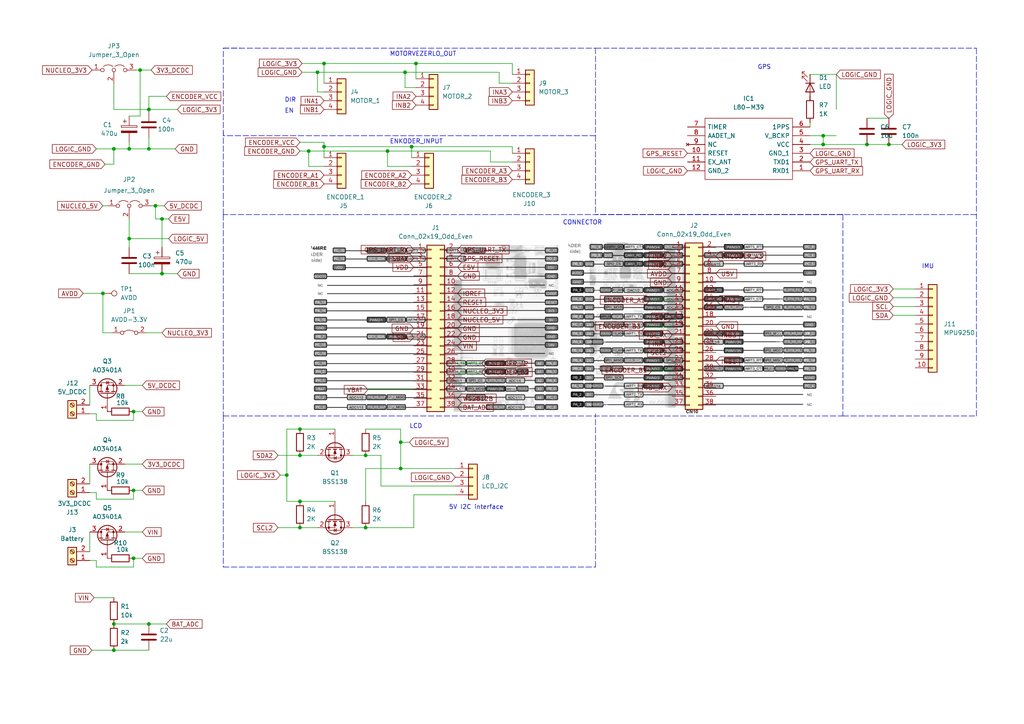
<source format=kicad_sch>
(kicad_sch (version 20211123) (generator eeschema)
  (paper "A4")
  (lib_symbols
    (symbol "AO3401A_1" (pin_names hide)
      (property "Reference" "Q" (at 5.08 1.905 0))
      (property "Value" "AO3401A_1" (at 5.08 0 0))
      (symbol "AO3401A_1_0_1"
        (polyline (pts (xy 0.254 0) (xy -2.54 0)))
        (polyline (pts (xy 0.254 1.905) (xy 0.254 -1.905)) (stroke (width 0.254)))
        (polyline (pts (xy 0.762 -1.27) (xy 0.762 -2.286)) (stroke (width 0.254)))
        (polyline (pts (xy 0.762 0.508) (xy 0.762 -0.508)) (stroke (width 0.254)))
        (polyline (pts (xy 0.762 2.286) (xy 0.762 1.27)) (stroke (width 0.254)))
        (polyline (pts (xy 2.54 2.54) (xy 2.54 1.778)))
        (polyline (pts (xy 2.54 -2.54) (xy 2.54 0) (xy 0.762 0)))
        (polyline (pts (xy 0.762 1.778) (xy 3.302 1.778) (xy 3.302 -1.778) (xy 0.762 -1.778)))
        (polyline (pts (xy 2.286 0) (xy 1.27 0.381) (xy 1.27 -0.381) (xy 2.286 0)) (fill (type outline)))
        (polyline (pts (xy 2.794 -0.508) (xy 2.921 -0.381) (xy 3.683 -0.381) (xy 3.81 -0.254)))
        (polyline (pts (xy 3.302 -0.381) (xy 2.921 0.254) (xy 3.683 0.254) (xy 3.302 -0.381)))
        (circle (center 1.651 0) (radius 2.794) (stroke (width 0.254)))
        (circle (center 2.54 -1.778) (radius 0.254) (fill (type outline)))
        (circle (center 2.54 1.778) (radius 0.254) (fill (type outline)))
      )
      (symbol "AO3401A_1_1_1"
        (pin input line (at -5.08 0 0) (length 2.54) (name "G") (number "1"))
        (pin passive line (at 2.54 -5.08 90) (length 2.54) (name "S") (number "2"))
        (pin passive line (at 2.54 5.08 270) (length 2.54) (name "D") (number "3"))
      )
    )
    (symbol "Connector:Screw_Terminal_01x02" (pin_names (offset 1.016) hide)
      (property "Reference" "J" (at 0 2.54 0))
      (property "Value" "Screw_Terminal_01x02" (at 0 -5.08 0))
      (symbol "Screw_Terminal_01x02_1_1"
        (rectangle (start -1.27 1.27) (end 1.27 -3.81) (stroke (width 0.254)) (fill (type background)))
        (circle (center 0 -2.54) (radius 0.635) (stroke (width 0.1524)))
        (polyline (pts (xy -0.5334 -2.2098) (xy 0.3302 -3.048)) (stroke (width 0.1524)))
        (polyline (pts (xy -0.5334 0.3302) (xy 0.3302 -0.508)) (stroke (width 0.1524)))
        (polyline (pts (xy -0.3556 -2.032) (xy 0.508 -2.8702)) (stroke (width 0.1524)))
        (polyline (pts (xy -0.3556 0.508) (xy 0.508 -0.3302)) (stroke (width 0.1524)))
        (circle (center 0 0) (radius 0.635) (stroke (width 0.1524)))
        (pin passive line (at -5.08 0 0) (length 3.81) (name "Pin_1") (number "1"))
        (pin passive line (at -5.08 -2.54 0) (length 3.81) (name "Pin_2") (number "2"))
      )
    )
    (symbol "Connector:TestPoint" (pin_numbers hide) (pin_names (offset 0.762) hide)
      (property "Reference" "TP" (at 0 6.858 0))
      (property "Value" "TestPoint" (at 0 5.08 0))
      (symbol "TestPoint_0_1"
        (circle (center 0 3.302) (radius 0.762))
      )
      (symbol "TestPoint_1_1"
        (pin passive line (at 0 0 90) (length 2.54) (name "1") (number "1"))
      )
    )
    (symbol "Connector_Generic:Conn_01x04" (pin_names (offset 1.016) hide)
      (property "Reference" "J" (at 0 5.08 0))
      (property "Value" "Conn_01x04" (at 0 -7.62 0))
      (symbol "Conn_01x04_1_1"
        (rectangle (start -1.27 -4.953) (end 0 -5.207) (stroke (width 0.1524)))
        (rectangle (start -1.27 -2.413) (end 0 -2.667) (stroke (width 0.1524)))
        (rectangle (start -1.27 0.127) (end 0 -0.127) (stroke (width 0.1524)))
        (rectangle (start -1.27 2.667) (end 0 2.413) (stroke (width 0.1524)))
        (rectangle (start -1.27 3.81) (end 1.27 -6.35) (stroke (width 0.254)) (fill (type background)))
        (pin passive line (at -5.08 2.54 0) (length 3.81) (name "Pin_1") (number "1"))
        (pin passive line (at -5.08 0 0) (length 3.81) (name "Pin_2") (number "2"))
        (pin passive line (at -5.08 -2.54 0) (length 3.81) (name "Pin_3") (number "3"))
        (pin passive line (at -5.08 -5.08 0) (length 3.81) (name "Pin_4") (number "4"))
      )
    )
    (symbol "Connector_Generic:Conn_01x10" (pin_names (offset 1.016) hide)
      (property "Reference" "J" (at 0 12.7 0))
      (property "Value" "Conn_01x10" (at 0 -15.24 0))
      (symbol "Conn_01x10_1_1"
        (rectangle (start -1.27 -12.573) (end 0 -12.827) (stroke (width 0.1524)))
        (rectangle (start -1.27 -10.033) (end 0 -10.287) (stroke (width 0.1524)))
        (rectangle (start -1.27 -7.493) (end 0 -7.747) (stroke (width 0.1524)))
        (rectangle (start -1.27 -4.953) (end 0 -5.207) (stroke (width 0.1524)))
        (rectangle (start -1.27 -2.413) (end 0 -2.667) (stroke (width 0.1524)))
        (rectangle (start -1.27 0.127) (end 0 -0.127) (stroke (width 0.1524)))
        (rectangle (start -1.27 2.667) (end 0 2.413) (stroke (width 0.1524)))
        (rectangle (start -1.27 5.207) (end 0 4.953) (stroke (width 0.1524)))
        (rectangle (start -1.27 7.747) (end 0 7.493) (stroke (width 0.1524)))
        (rectangle (start -1.27 10.287) (end 0 10.033) (stroke (width 0.1524)))
        (rectangle (start -1.27 11.43) (end 1.27 -13.97) (stroke (width 0.254)) (fill (type background)))
        (pin passive line (at -5.08 10.16 0) (length 3.81) (name "Pin_1") (number "1"))
        (pin passive line (at -5.08 -12.7 0) (length 3.81) (name "Pin_10") (number "10"))
        (pin passive line (at -5.08 7.62 0) (length 3.81) (name "Pin_2") (number "2"))
        (pin passive line (at -5.08 5.08 0) (length 3.81) (name "Pin_3") (number "3"))
        (pin passive line (at -5.08 2.54 0) (length 3.81) (name "Pin_4") (number "4"))
        (pin passive line (at -5.08 0 0) (length 3.81) (name "Pin_5") (number "5"))
        (pin passive line (at -5.08 -2.54 0) (length 3.81) (name "Pin_6") (number "6"))
        (pin passive line (at -5.08 -5.08 0) (length 3.81) (name "Pin_7") (number "7"))
        (pin passive line (at -5.08 -7.62 0) (length 3.81) (name "Pin_8") (number "8"))
        (pin passive line (at -5.08 -10.16 0) (length 3.81) (name "Pin_9") (number "9"))
      )
    )
    (symbol "Connector_Generic:Conn_02x19_Odd_Even" (pin_names (offset 1.016) hide)
      (property "Reference" "J" (at 1.27 25.4 0))
      (property "Value" "Conn_02x19_Odd_Even" (at 1.27 -25.4 0))
      (symbol "Conn_02x19_Odd_Even_1_1"
        (rectangle (start -1.27 -22.733) (end 0 -22.987) (stroke (width 0.1524)))
        (rectangle (start -1.27 -20.193) (end 0 -20.447) (stroke (width 0.1524)))
        (rectangle (start -1.27 -17.653) (end 0 -17.907) (stroke (width 0.1524)))
        (rectangle (start -1.27 -15.113) (end 0 -15.367) (stroke (width 0.1524)))
        (rectangle (start -1.27 -12.573) (end 0 -12.827) (stroke (width 0.1524)))
        (rectangle (start -1.27 -10.033) (end 0 -10.287) (stroke (width 0.1524)))
        (rectangle (start -1.27 -7.493) (end 0 -7.747) (stroke (width 0.1524)))
        (rectangle (start -1.27 -4.953) (end 0 -5.207) (stroke (width 0.1524)))
        (rectangle (start -1.27 -2.413) (end 0 -2.667) (stroke (width 0.1524)))
        (rectangle (start -1.27 0.127) (end 0 -0.127) (stroke (width 0.1524)))
        (rectangle (start -1.27 2.667) (end 0 2.413) (stroke (width 0.1524)))
        (rectangle (start -1.27 5.207) (end 0 4.953) (stroke (width 0.1524)))
        (rectangle (start -1.27 7.747) (end 0 7.493) (stroke (width 0.1524)))
        (rectangle (start -1.27 10.287) (end 0 10.033) (stroke (width 0.1524)))
        (rectangle (start -1.27 12.827) (end 0 12.573) (stroke (width 0.1524)))
        (rectangle (start -1.27 15.367) (end 0 15.113) (stroke (width 0.1524)))
        (rectangle (start -1.27 17.907) (end 0 17.653) (stroke (width 0.1524)))
        (rectangle (start -1.27 20.447) (end 0 20.193) (stroke (width 0.1524)))
        (rectangle (start -1.27 22.987) (end 0 22.733) (stroke (width 0.1524)))
        (rectangle (start -1.27 24.13) (end 3.81 -24.13) (stroke (width 0.254)) (fill (type background)))
        (rectangle (start 3.81 -22.733) (end 2.54 -22.987) (stroke (width 0.1524)))
        (rectangle (start 3.81 -20.193) (end 2.54 -20.447) (stroke (width 0.1524)))
        (rectangle (start 3.81 -17.653) (end 2.54 -17.907) (stroke (width 0.1524)))
        (rectangle (start 3.81 -15.113) (end 2.54 -15.367) (stroke (width 0.1524)))
        (rectangle (start 3.81 -12.573) (end 2.54 -12.827) (stroke (width 0.1524)))
        (rectangle (start 3.81 -10.033) (end 2.54 -10.287) (stroke (width 0.1524)))
        (rectangle (start 3.81 -7.493) (end 2.54 -7.747) (stroke (width 0.1524)))
        (rectangle (start 3.81 -4.953) (end 2.54 -5.207) (stroke (width 0.1524)))
        (rectangle (start 3.81 -2.413) (end 2.54 -2.667) (stroke (width 0.1524)))
        (rectangle (start 3.81 0.127) (end 2.54 -0.127) (stroke (width 0.1524)))
        (rectangle (start 3.81 2.667) (end 2.54 2.413) (stroke (width 0.1524)))
        (rectangle (start 3.81 5.207) (end 2.54 4.953) (stroke (width 0.1524)))
        (rectangle (start 3.81 7.747) (end 2.54 7.493) (stroke (width 0.1524)))
        (rectangle (start 3.81 10.287) (end 2.54 10.033) (stroke (width 0.1524)))
        (rectangle (start 3.81 12.827) (end 2.54 12.573) (stroke (width 0.1524)))
        (rectangle (start 3.81 15.367) (end 2.54 15.113) (stroke (width 0.1524)))
        (rectangle (start 3.81 17.907) (end 2.54 17.653) (stroke (width 0.1524)))
        (rectangle (start 3.81 20.447) (end 2.54 20.193) (stroke (width 0.1524)))
        (rectangle (start 3.81 22.987) (end 2.54 22.733) (stroke (width 0.1524)))
        (pin passive line (at -5.08 22.86 0) (length 3.81) (name "Pin_1") (number "1"))
        (pin passive line (at 7.62 12.7 180) (length 3.81) (name "Pin_10") (number "10"))
        (pin passive line (at -5.08 10.16 0) (length 3.81) (name "Pin_11") (number "11"))
        (pin passive line (at 7.62 10.16 180) (length 3.81) (name "Pin_12") (number "12"))
        (pin passive line (at -5.08 7.62 0) (length 3.81) (name "Pin_13") (number "13"))
        (pin passive line (at 7.62 7.62 180) (length 3.81) (name "Pin_14") (number "14"))
        (pin passive line (at -5.08 5.08 0) (length 3.81) (name "Pin_15") (number "15"))
        (pin passive line (at 7.62 5.08 180) (length 3.81) (name "Pin_16") (number "16"))
        (pin passive line (at -5.08 2.54 0) (length 3.81) (name "Pin_17") (number "17"))
        (pin passive line (at 7.62 2.54 180) (length 3.81) (name "Pin_18") (number "18"))
        (pin passive line (at -5.08 0 0) (length 3.81) (name "Pin_19") (number "19"))
        (pin passive line (at 7.62 22.86 180) (length 3.81) (name "Pin_2") (number "2"))
        (pin passive line (at 7.62 0 180) (length 3.81) (name "Pin_20") (number "20"))
        (pin passive line (at -5.08 -2.54 0) (length 3.81) (name "Pin_21") (number "21"))
        (pin passive line (at 7.62 -2.54 180) (length 3.81) (name "Pin_22") (number "22"))
        (pin passive line (at -5.08 -5.08 0) (length 3.81) (name "Pin_23") (number "23"))
        (pin passive line (at 7.62 -5.08 180) (length 3.81) (name "Pin_24") (number "24"))
        (pin passive line (at -5.08 -7.62 0) (length 3.81) (name "Pin_25") (number "25"))
        (pin passive line (at 7.62 -7.62 180) (length 3.81) (name "Pin_26") (number "26"))
        (pin passive line (at -5.08 -10.16 0) (length 3.81) (name "Pin_27") (number "27"))
        (pin passive line (at 7.62 -10.16 180) (length 3.81) (name "Pin_28") (number "28"))
        (pin passive line (at -5.08 -12.7 0) (length 3.81) (name "Pin_29") (number "29"))
        (pin passive line (at -5.08 20.32 0) (length 3.81) (name "Pin_3") (number "3"))
        (pin passive line (at 7.62 -12.7 180) (length 3.81) (name "Pin_30") (number "30"))
        (pin passive line (at -5.08 -15.24 0) (length 3.81) (name "Pin_31") (number "31"))
        (pin passive line (at 7.62 -15.24 180) (length 3.81) (name "Pin_32") (number "32"))
        (pin passive line (at -5.08 -17.78 0) (length 3.81) (name "Pin_33") (number "33"))
        (pin passive line (at 7.62 -17.78 180) (length 3.81) (name "Pin_34") (number "34"))
        (pin passive line (at -5.08 -20.32 0) (length 3.81) (name "Pin_35") (number "35"))
        (pin passive line (at 7.62 -20.32 180) (length 3.81) (name "Pin_36") (number "36"))
        (pin passive line (at -5.08 -22.86 0) (length 3.81) (name "Pin_37") (number "37"))
        (pin passive line (at 7.62 -22.86 180) (length 3.81) (name "Pin_38") (number "38"))
        (pin passive line (at 7.62 20.32 180) (length 3.81) (name "Pin_4") (number "4"))
        (pin passive line (at -5.08 17.78 0) (length 3.81) (name "Pin_5") (number "5"))
        (pin passive line (at 7.62 17.78 180) (length 3.81) (name "Pin_6") (number "6"))
        (pin passive line (at -5.08 15.24 0) (length 3.81) (name "Pin_7") (number "7"))
        (pin passive line (at 7.62 15.24 180) (length 3.81) (name "Pin_8") (number "8"))
        (pin passive line (at -5.08 12.7 0) (length 3.81) (name "Pin_9") (number "9"))
      )
    )
    (symbol "Device:C" (pin_numbers hide) (pin_names (offset 0.254))
      (property "Reference" "C" (at 0.635 2.54 0))
      (property "Value" "C" (at 0.635 -2.54 0))
      (symbol "C_0_1"
        (polyline (pts (xy -2.032 -0.762) (xy 2.032 -0.762)) (stroke (width 0.508)))
        (polyline (pts (xy -2.032 0.762) (xy 2.032 0.762)) (stroke (width 0.508)))
      )
      (symbol "C_1_1"
        (pin passive line (at 0 3.81 270) (length 2.794) (name "~") (number "1"))
        (pin passive line (at 0 -3.81 90) (length 2.794) (name "~") (number "2"))
      )
    )
    (symbol "Device:C_Polarized" (pin_numbers hide) (pin_names (offset 0.254))
      (property "Reference" "C" (at 0.635 2.54 0))
      (property "Value" "C_Polarized" (at 0.635 -2.54 0))
      (symbol "C_Polarized_0_1"
        (rectangle (start -2.286 0.508) (end 2.286 1.016))
        (polyline (pts (xy -1.778 2.286) (xy -0.762 2.286)))
        (polyline (pts (xy -1.27 2.794) (xy -1.27 1.778)))
        (rectangle (start 2.286 -0.508) (end -2.286 -1.016) (fill (type outline)))
      )
      (symbol "C_Polarized_1_1"
        (pin passive line (at 0 3.81 270) (length 2.794) (name "~") (number "1"))
        (pin passive line (at 0 -3.81 90) (length 2.794) (name "~") (number "2"))
      )
    )
    (symbol "Device:LED" (pin_numbers hide) (pin_names (offset 1.016) hide)
      (property "Reference" "D" (at 0 2.54 0))
      (property "Value" "LED" (at 0 -2.54 0))
      (symbol "LED_0_1"
        (polyline (pts (xy -1.27 -1.27) (xy -1.27 1.27)) (stroke (width 0.254)))
        (polyline (pts (xy -1.27 0) (xy 1.27 0)))
        (polyline (pts (xy 1.27 -1.27) (xy 1.27 1.27) (xy -1.27 0) (xy 1.27 -1.27)) (stroke (width 0.254)))
        (polyline (pts (xy -3.048 -0.762) (xy -4.572 -2.286) (xy -3.81 -2.286) (xy -4.572 -2.286) (xy -4.572 -1.524)))
        (polyline (pts (xy -1.778 -0.762) (xy -3.302 -2.286) (xy -2.54 -2.286) (xy -3.302 -2.286) (xy -3.302 -1.524)))
      )
      (symbol "LED_1_1"
        (pin passive line (at -3.81 0 0) (length 2.54) (name "K") (number "1"))
        (pin passive line (at 3.81 0 180) (length 2.54) (name "A") (number "2"))
      )
    )
    (symbol "Device:R" (pin_numbers hide) (pin_names (offset 0))
      (property "Reference" "R" (at 2.032 0 90))
      (property "Value" "R" (at 0 0 90))
      (symbol "R_0_1"
        (rectangle (start -1.016 -2.54) (end 1.016 2.54) (stroke (width 0.254)))
      )
      (symbol "R_1_1"
        (pin passive line (at 0 3.81 270) (length 1.27) (name "~") (number "1"))
        (pin passive line (at 0 -3.81 90) (length 1.27) (name "~") (number "2"))
      )
    )
    (symbol "Jumper:Jumper_2_Bridged" (pin_names (offset 0) hide)
      (property "Reference" "JP" (at 0 1.905 0))
      (property "Value" "Jumper_2_Bridged" (at 0 -2.54 0))
      (symbol "Jumper_2_Bridged_0_0"
        (circle (center -2.032 0) (radius 0.508))
        (circle (center 2.032 0) (radius 0.508))
      )
      (symbol "Jumper_2_Bridged_0_1"
        (arc (start 1.524 0.254) (mid 0 0.762) (end -1.524 0.254))
      )
      (symbol "Jumper_2_Bridged_1_1"
        (pin passive line (at -5.08 0 0) (length 2.54) (name "A") (number "1"))
        (pin passive line (at 5.08 0 180) (length 2.54) (name "B") (number "2"))
      )
    )
    (symbol "Jumper:Jumper_3_Open" (pin_names (offset 0) hide)
      (property "Reference" "JP" (at -2.54 -2.54 0))
      (property "Value" "Jumper_3_Open" (at 0 2.794 0))
      (symbol "Jumper_3_Open_0_0"
        (circle (center -3.302 0) (radius 0.508))
        (circle (center 0 0) (radius 0.508))
        (circle (center 3.302 0) (radius 0.508))
      )
      (symbol "Jumper_3_Open_0_1"
        (arc (start -0.254 1.016) (mid -1.651 1.4992) (end -3.048 1.016))
        (polyline (pts (xy 0 -0.508) (xy 0 -1.27)))
        (arc (start 3.048 1.016) (mid 1.651 1.4992) (end 0.254 1.016))
      )
      (symbol "Jumper_3_Open_1_1"
        (pin passive line (at -6.35 0 0) (length 2.54) (name "A") (number "1"))
        (pin passive line (at 0 -3.81 90) (length 2.54) (name "C") (number "2"))
        (pin passive line (at 6.35 0 180) (length 2.54) (name "B") (number "3"))
      )
    )
    (symbol "L80-M39:L80-M39" (pin_names (offset 0.762))
      (property "Reference" "IC" (at 31.75 7.62 0))
      (property "Value" "L80-M39" (at 31.75 5.08 0))
      (symbol "L80-M39_0_0"
        (pin passive line (at 35.56 -12.7 180) (length 5.08) (name "RXD1") (number "1"))
        (pin passive line (at 0 -7.62 0) (length 5.08) (name "RESET") (number "10"))
        (pin passive line (at 0 -10.16 0) (length 5.08) (name "EX_ANT") (number "11"))
        (pin passive line (at 0 -12.7 0) (length 5.08) (name "GND_2") (number "12"))
        (pin passive line (at 35.56 -10.16 180) (length 5.08) (name "TXD1") (number "2"))
        (pin passive line (at 35.56 -7.62 180) (length 5.08) (name "GND_1") (number "3"))
        (pin passive line (at 35.56 -5.08 180) (length 5.08) (name "VCC") (number "4"))
        (pin passive line (at 35.56 -2.54 180) (length 5.08) (name "V_BCKP") (number "5"))
        (pin passive line (at 35.56 0 180) (length 5.08) (name "1PPS") (number "6"))
        (pin passive line (at 0 0 0) (length 5.08) (name "TIMER") (number "7"))
        (pin passive line (at 0 -2.54 0) (length 5.08) (name "AADET_N") (number "8"))
        (pin no_connect line (at 0 -5.08 0) (length 5.08) (name "NC") (number "9"))
      )
      (symbol "L80-M39_0_1"
        (polyline (pts (xy 5.08 2.54) (xy 30.48 2.54) (xy 30.48 -15.24) (xy 5.08 -15.24) (xy 5.08 2.54)) (stroke (width 0.1524)))
      )
    )
    (symbol "Transistor_FET:BSS138" (pin_names hide)
      (property "Reference" "Q" (at 5.08 1.905 0))
      (property "Value" "BSS138" (at 5.08 0 0))
      (symbol "BSS138_0_1"
        (polyline (pts (xy 0.254 0) (xy -2.54 0)))
        (polyline (pts (xy 0.254 1.905) (xy 0.254 -1.905)) (stroke (width 0.254)))
        (polyline (pts (xy 0.762 -1.27) (xy 0.762 -2.286)) (stroke (width 0.254)))
        (polyline (pts (xy 0.762 0.508) (xy 0.762 -0.508)) (stroke (width 0.254)))
        (polyline (pts (xy 0.762 2.286) (xy 0.762 1.27)) (stroke (width 0.254)))
        (polyline (pts (xy 2.54 2.54) (xy 2.54 1.778)))
        (polyline (pts (xy 2.54 -2.54) (xy 2.54 0) (xy 0.762 0)))
        (polyline (pts (xy 0.762 -1.778) (xy 3.302 -1.778) (xy 3.302 1.778) (xy 0.762 1.778)))
        (polyline (pts (xy 1.016 0) (xy 2.032 0.381) (xy 2.032 -0.381) (xy 1.016 0)) (fill (type outline)))
        (polyline (pts (xy 2.794 0.508) (xy 2.921 0.381) (xy 3.683 0.381) (xy 3.81 0.254)))
        (polyline (pts (xy 3.302 0.381) (xy 2.921 -0.254) (xy 3.683 -0.254) (xy 3.302 0.381)))
        (circle (center 1.651 0) (radius 2.794) (stroke (width 0.254)))
        (circle (center 2.54 -1.778) (radius 0.254) (fill (type outline)))
        (circle (center 2.54 1.778) (radius 0.254) (fill (type outline)))
      )
      (symbol "BSS138_1_1"
        (pin input line (at -5.08 0 0) (length 2.54) (name "G") (number "1"))
        (pin passive line (at 2.54 -5.08 90) (length 2.54) (name "S") (number "2"))
        (pin passive line (at 2.54 5.08 270) (length 2.54) (name "D") (number "3"))
      )
    )
  )
  (junction (at 86.995 153.035))
  (junction (at 40.64 20.32))
  (junction (at 86.995 124.46))
  (junction (at 45.085 59.69))
  (junction (at 43.18 43.18))
  (junction (at 251.46 41.91))
  (junction (at 83.185 137.795))
  (junction (at 33.02 43.18))
  (junction (at 46.99 79.375))
  (junction (at 238.76 39.37))
  (junction (at 106.045 132.08))
  (junction (at 33.02 180.975))
  (junction (at 93.98 42.545))
  (junction (at 86.995 132.08))
  (junction (at 37.465 69.215))
  (junction (at 116.205 128.27))
  (junction (at 116.205 135.89))
  (junction (at 112.395 43.815))
  (junction (at 86.995 145.415))
  (junction (at 257.81 41.91))
  (junction (at 37.465 43.18))
  (junction (at 117.475 20.955))
  (junction (at 238.76 41.91))
  (junction (at 38.735 161.925))
  (junction (at 93.98 18.415))
  (junction (at 29.845 85.09))
  (junction (at 119.38 42.545))
  (junction (at 43.18 180.975))
  (junction (at 43.18 31.75))
  (junction (at 38.735 142.24))
  (junction (at 38.735 119.38))
  (junction (at 106.045 153.035))
  (junction (at 33.02 188.595))
  (junction (at 120.65 18.415))
  (junction (at 89.535 43.815))
  (junction (at 92.075 20.955))
  (junction (at 46.99 63.5))
  (wire (pts (xy 119.38 42.545) (xy 119.38 45.72)))
  (wire (pts (xy 116.205 128.27) (xy 116.205 135.89)))
  (wire (pts (xy 87.63 18.415) (xy 93.98 18.415)))
  (wire (pts (xy 36.195 154.305) (xy 41.275 154.305)))
  (wire (pts (xy 27.94 120.015) (xy 27.94 121.92)))
  (wire (pts (xy 33.02 43.18) (xy 37.465 43.18)))
  (wire (pts (xy 139.7 107.95) (xy 132.715 107.95)))
  (wire (pts (xy 251.46 34.29) (xy 257.81 34.29)))
  (wire (pts (xy 27.305 173.355) (xy 33.02 173.355)))
  (wire (pts (xy 148.59 42.545) (xy 119.38 42.545)))
  (wire (pts (xy 26.035 134.62) (xy 26.035 140.335)))
  (wire (pts (xy 148.59 18.415) (xy 120.65 18.415)))
  (wire (pts (xy 102.235 132.08) (xy 106.045 132.08)))
  (wire (pts (xy 93.98 18.415) (xy 93.98 24.13)))
  (polyline (pts (xy 64.77 39.37) (xy 64.77 13.97)))
  (wire (pts (xy 112.395 48.26) (xy 112.395 43.815)))
  (wire (pts (xy 89.535 43.815) (xy 89.535 48.26)))
  (polyline (pts (xy 244.475 120.65) (xy 283.21 120.65)))
  (wire (pts (xy 234.95 35.56) (xy 234.95 36.83)))
  (polyline (pts (xy 64.77 164.465) (xy 172.72 164.465)))
  (wire (pts (xy 83.185 137.795) (xy 83.185 124.46)))
  (polyline (pts (xy 172.72 39.37) (xy 64.77 39.37)))
  (wire (pts (xy 87.63 20.955) (xy 92.075 20.955)))
  (wire (pts (xy 27.94 121.92) (xy 38.735 121.92)))
  (wire (pts (xy 43.18 27.94) (xy 43.18 31.75)))
  (wire (pts (xy 144.78 20.955) (xy 117.475 20.955)))
  (wire (pts (xy 120.65 25.4) (xy 117.475 25.4)))
  (wire (pts (xy 37.465 41.275) (xy 37.465 43.18)))
  (wire (pts (xy 110.49 132.08) (xy 106.045 132.08)))
  (polyline (pts (xy 64.77 13.97) (xy 172.72 13.97)))
  (wire (pts (xy 148.59 44.45) (xy 148.59 42.545)))
  (wire (pts (xy 37.465 69.215) (xy 48.895 69.215)))
  (wire (pts (xy 93.98 41.275) (xy 93.98 42.545)))
  (wire (pts (xy 38.735 119.38) (xy 41.275 119.38)))
  (wire (pts (xy 259.08 86.36) (xy 265.43 86.36)))
  (wire (pts (xy 33.02 47.625) (xy 33.02 43.18)))
  (wire (pts (xy 43.18 27.94) (xy 48.26 27.94)))
  (wire (pts (xy 37.465 33.655) (xy 40.64 33.655)))
  (wire (pts (xy 119.38 42.545) (xy 93.98 42.545)))
  (wire (pts (xy 26.67 188.595) (xy 33.02 188.595)))
  (wire (pts (xy 117.475 20.955) (xy 92.075 20.955)))
  (wire (pts (xy 117.475 25.4) (xy 117.475 20.955)))
  (polyline (pts (xy 172.72 39.37) (xy 172.72 62.23)))
  (wire (pts (xy 234.95 27.94) (xy 234.95 29.21)))
  (wire (pts (xy 259.08 91.44) (xy 265.43 91.44)))
  (wire (pts (xy 234.95 41.91) (xy 238.76 41.91)))
  (wire (pts (xy 120.65 18.415) (xy 93.98 18.415)))
  (wire (pts (xy 38.735 142.24) (xy 41.275 142.24)))
  (polyline (pts (xy 64.77 120.65) (xy 244.475 120.65)))
  (wire (pts (xy 27.94 162.56) (xy 27.94 164.465)))
  (wire (pts (xy 43.815 59.69) (xy 45.085 59.69)))
  (wire (pts (xy 148.59 21.59) (xy 148.59 18.415)))
  (wire (pts (xy 112.395 43.815) (xy 89.535 43.815)))
  (wire (pts (xy 142.24 43.815) (xy 112.395 43.815)))
  (wire (pts (xy 106.045 145.415) (xy 106.045 135.89)))
  (wire (pts (xy 37.465 43.18) (xy 43.18 43.18)))
  (wire (pts (xy 148.59 24.13) (xy 144.78 24.13)))
  (wire (pts (xy 26.035 142.875) (xy 27.94 142.875)))
  (wire (pts (xy 142.24 46.99) (xy 142.24 43.815)))
  (polyline (pts (xy 283.21 13.97) (xy 283.21 62.23)))
  (wire (pts (xy 93.98 42.545) (xy 93.98 45.72)))
  (polyline (pts (xy 244.475 62.23) (xy 244.475 120.65)))
  (wire (pts (xy 42.545 96.52) (xy 46.99 96.52)))
  (wire (pts (xy 43.18 180.975) (xy 48.26 180.975)))
  (polyline (pts (xy 64.77 13.97) (xy 69.85 13.97)))
  (wire (pts (xy 120.65 22.86) (xy 120.65 18.415)))
  (wire (pts (xy 188.595 86.995) (xy 194.945 86.995)))
  (wire (pts (xy 48.895 63.5) (xy 46.99 63.5)))
  (wire (pts (xy 27.94 144.78) (xy 38.735 144.78)))
  (wire (pts (xy 110.49 140.97) (xy 132.08 140.97)))
  (wire (pts (xy 33.02 24.13) (xy 33.02 31.75)))
  (wire (pts (xy 83.185 145.415) (xy 86.995 145.415)))
  (wire (pts (xy 238.76 41.91) (xy 238.76 39.37)))
  (wire (pts (xy 257.81 41.91) (xy 261.62 41.91)))
  (polyline (pts (xy 64.77 120.65) (xy 64.77 164.465)))
  (wire (pts (xy 139.7 105.41) (xy 132.715 105.41)))
  (wire (pts (xy 36.195 111.76) (xy 41.275 111.76)))
  (wire (pts (xy 86.995 124.46) (xy 97.155 124.46)))
  (wire (pts (xy 86.995 145.415) (xy 97.155 145.415)))
  (wire (pts (xy 30.48 47.625) (xy 33.02 47.625)))
  (polyline (pts (xy 283.21 62.23) (xy 172.72 62.23)))
  (wire (pts (xy 26.035 120.015) (xy 27.94 120.015)))
  (wire (pts (xy 116.205 128.27) (xy 118.745 128.27)))
  (wire (pts (xy 86.995 41.275) (xy 93.98 41.275)))
  (wire (pts (xy 29.845 59.69) (xy 31.115 59.69)))
  (wire (pts (xy 86.995 132.08) (xy 92.075 132.08)))
  (wire (pts (xy 102.235 153.035) (xy 106.045 153.035)))
  (wire (pts (xy 116.205 135.89) (xy 132.08 135.89)))
  (wire (pts (xy 37.465 63.5) (xy 37.465 69.215)))
  (wire (pts (xy 132.08 143.51) (xy 120.015 143.51)))
  (wire (pts (xy 33.02 180.975) (xy 43.18 180.975)))
  (wire (pts (xy 46.99 63.5) (xy 45.085 63.5)))
  (wire (pts (xy 40.64 20.32) (xy 39.37 20.32)))
  (wire (pts (xy 144.78 24.13) (xy 144.78 20.955)))
  (wire (pts (xy 43.18 31.75) (xy 43.18 32.385)))
  (wire (pts (xy 106.045 124.46) (xy 116.205 124.46)))
  (wire (pts (xy 27.94 43.18) (xy 33.02 43.18)))
  (wire (pts (xy 43.18 31.75) (xy 51.435 31.75)))
  (wire (pts (xy 80.645 132.08) (xy 86.995 132.08)))
  (wire (pts (xy 116.205 124.46) (xy 116.205 128.27)))
  (wire (pts (xy 43.18 43.18) (xy 50.8 43.18)))
  (wire (pts (xy 238.76 41.91) (xy 251.46 41.91)))
  (wire (pts (xy 51.435 79.375) (xy 46.99 79.375)))
  (wire (pts (xy 80.645 153.035) (xy 86.995 153.035)))
  (wire (pts (xy 234.95 39.37) (xy 238.76 39.37)))
  (wire (pts (xy 26.035 154.305) (xy 26.035 160.02)))
  (wire (pts (xy 24.13 85.09) (xy 29.845 85.09)))
  (wire (pts (xy 27.94 142.875) (xy 27.94 144.78)))
  (wire (pts (xy 187.325 94.615) (xy 194.945 94.615)))
  (wire (pts (xy 45.085 59.69) (xy 47.625 59.69)))
  (wire (pts (xy 43.18 40.005) (xy 43.18 43.18)))
  (wire (pts (xy 251.46 41.91) (xy 257.81 41.91)))
  (wire (pts (xy 37.465 79.375) (xy 46.99 79.375)))
  (wire (pts (xy 38.735 164.465) (xy 38.735 161.925)))
  (wire (pts (xy 92.075 20.955) (xy 92.075 26.67)))
  (wire (pts (xy 242.57 21.59) (xy 242.57 31.75)))
  (wire (pts (xy 38.735 161.925) (xy 41.275 161.925)))
  (wire (pts (xy 89.535 48.26) (xy 93.98 48.26)))
  (wire (pts (xy 92.075 26.67) (xy 93.98 26.67)))
  (wire (pts (xy 33.02 188.595) (xy 43.18 188.595)))
  (wire (pts (xy 36.195 134.62) (xy 41.275 134.62)))
  (wire (pts (xy 106.045 135.89) (xy 116.205 135.89)))
  (wire (pts (xy 259.08 83.82) (xy 265.43 83.82)))
  (wire (pts (xy 119.38 48.26) (xy 112.395 48.26)))
  (wire (pts (xy 83.185 124.46) (xy 86.995 124.46)))
  (wire (pts (xy 45.085 63.5) (xy 45.085 59.69)))
  (wire (pts (xy 234.95 21.59) (xy 242.57 21.59)))
  (polyline (pts (xy 283.21 120.65) (xy 283.21 62.23)))
  (wire (pts (xy 242.57 39.37) (xy 238.76 39.37)))
  (polyline (pts (xy 244.475 62.23) (xy 64.77 62.23)))
  (wire (pts (xy 33.02 31.75) (xy 43.18 31.75)))
  (wire (pts (xy 46.99 63.5) (xy 46.99 71.755)))
  (wire (pts (xy 189.23 107.315) (xy 194.945 107.315)))
  (wire (pts (xy 106.68 113.03) (xy 120.015 113.03)))
  (wire (pts (xy 148.59 46.99) (xy 142.24 46.99)))
  (wire (pts (xy 120.015 143.51) (xy 120.015 153.035)))
  (wire (pts (xy 43.815 20.32) (xy 40.64 20.32)))
  (wire (pts (xy 83.185 137.795) (xy 83.185 145.415)))
  (polyline (pts (xy 172.72 164.465) (xy 172.72 120.015)))
  (wire (pts (xy 29.845 96.52) (xy 32.385 96.52)))
  (wire (pts (xy 110.49 132.08) (xy 110.49 140.97)))
  (wire (pts (xy 86.995 43.815) (xy 89.535 43.815)))
  (wire (pts (xy 120.015 153.035) (xy 106.045 153.035)))
  (wire (pts (xy 27.94 164.465) (xy 38.735 164.465)))
  (wire (pts (xy 86.995 153.035) (xy 92.075 153.035)))
  (wire (pts (xy 37.465 69.215) (xy 37.465 71.755)))
  (wire (pts (xy 26.035 111.76) (xy 26.035 117.475)))
  (wire (pts (xy 38.735 144.78) (xy 38.735 142.24)))
  (wire (pts (xy 26.035 162.56) (xy 27.94 162.56)))
  (wire (pts (xy 38.735 121.92) (xy 38.735 119.38)))
  (polyline (pts (xy 64.77 62.23) (xy 64.77 38.1)))
  (wire (pts (xy 40.64 33.655) (xy 40.64 20.32)))
  (wire (pts (xy 81.28 137.795) (xy 83.185 137.795)))
  (wire (pts (xy 259.08 88.9) (xy 265.43 88.9)))
  (polyline (pts (xy 64.77 62.23) (xy 64.77 120.65)))
  (polyline (pts (xy 172.72 13.97) (xy 172.72 39.37)))
  (polyline (pts (xy 172.72 13.97) (xy 283.21 13.97)))
  (wire (pts (xy 29.845 85.09) (xy 29.845 96.52)))
  (image (at 201.295 95.25) (scale 0.805457))
  (image (at 126.365 95.25) (scale 0.800725))
  (text "EN\n" (at 82.55 33.02 0) (effects (font (size 1.27 1.27)) (justify left bottom)))
  (text "IMU" (at 267.335 78.105 0) (effects (font (size 1.27 1.27)) (justify left bottom)))
  (text "CONNECTOR" (at 163.195 65.405 0) (effects (font (size 1.27 1.27)) (justify left bottom)))
  (text "ENKODER_INPUT" (at 113.03 41.91 0) (effects (font (size 1.27 1.27)) (justify left bottom)))
  (text "5V I2C interface" (at 130.175 147.955 0) (effects (font (size 1.27 1.27)) (justify left bottom)))
  (text "DIR" (at 82.55 29.845 0) (effects (font (size 1.27 1.27)) (justify left bottom)))
  (text "LCD" (at 118.745 124.46 0) (effects (font (size 1.27 1.27)) (justify left bottom)))
  (text "GPS\n" (at 219.71 20.32 0) (effects (font (size 1.27 1.27)) (justify left bottom)))
  (text "MOTORVEZERLO_OUT\n" (at 113.03 16.51 0) (effects (font (size 1.27 1.27)) (justify left bottom)))
  (global_label "IOREF" (shape input) (at 132.715 85.09 0) (property "Intersheet References" "${INTERSHEET_REFS}" (effects hide)))
  (global_label "INA3" (shape input) (at 148.59 26.67 180) (property "Intersheet References" "${INTERSHEET_REFS}" (effects hide)))
  (global_label "ENCODER_A1" (shape input) (at 93.98 50.8 180) (property "Intersheet References" "${INTERSHEET_REFS}" (effects hide)))
  (global_label "LOGIC_GND" (shape input) (at 257.81 34.29 90) (property "Intersheet References" "${INTERSHEET_REFS}" (effects hide)))
  (global_label "LOGIC_5V" (shape input) (at 48.895 69.215 0) (property "Intersheet References" "${INTERSHEET_REFS}" (effects hide)))
  (global_label "U5V" (shape input) (at 207.645 79.375 0) (property "Intersheet References" "${INTERSHEET_REFS}" (effects hide)))
  (global_label "GND" (shape input) (at 41.275 161.925 0) (property "Intersheet References" "${INTERSHEET_REFS}" (effects hide)))
  (global_label "NUCLEO_5V" (shape input) (at 29.845 59.69 180) (property "Intersheet References" "${INTERSHEET_REFS}" (effects hide)))
  (global_label "NUCLEO_3V3" (shape input) (at 26.67 20.32 180) (property "Intersheet References" "${INTERSHEET_REFS}" (effects hide)))
  (global_label "GPS_UART_TX" (shape input) (at 234.95 46.99 0) (property "Intersheet References" "${INTERSHEET_REFS}" (effects hide)))
  (global_label "GPS_UART_RX" (shape input) (at 234.95 49.53 0) (property "Intersheet References" "${INTERSHEET_REFS}" (effects hide)))
  (global_label "GND" (shape input) (at 207.645 94.615 0) (property "Intersheet References" "${INTERSHEET_REFS}" (effects hide)))
  (global_label "ENCODER_B2" (shape input) (at 119.38 53.34 180) (property "Intersheet References" "${INTERSHEET_REFS}" (effects hide)))
  (global_label "LOGIC_3V3" (shape input) (at 259.08 83.82 180) (property "Intersheet References" "${INTERSHEET_REFS}" (effects hide)))
  (global_label "SDA2" (shape input) (at 120.015 74.93 180) (property "Intersheet References" "${INTERSHEET_REFS}" (effects hide)))
  (global_label "ENCODER_A3" (shape input) (at 207.645 74.295 0) (property "Intersheet References" "${INTERSHEET_REFS}" (effects hide)))
  (global_label "BAT_ADC" (shape input) (at 132.715 118.11 0) (property "Intersheet References" "${INTERSHEET_REFS}" (effects hide)))
  (global_label "INB2" (shape input) (at 194.945 76.835 180) (property "Intersheet References" "${INTERSHEET_REFS}" (effects hide)))
  (global_label "INA2" (shape input) (at 120.65 27.94 180) (property "Intersheet References" "${INTERSHEET_REFS}" (effects hide)))
  (global_label "ENCODER_A2" (shape input) (at 119.38 50.8 180) (property "Intersheet References" "${INTERSHEET_REFS}" (effects hide)))
  (global_label "VIN" (shape input) (at 27.305 173.355 180) (property "Intersheet References" "${INTERSHEET_REFS}" (effects hide)))
  (global_label "BAT_ADC" (shape input) (at 48.26 180.975 0) (property "Intersheet References" "${INTERSHEET_REFS}" (effects hide)))
  (global_label "LOGIC_3V3" (shape input) (at 51.435 31.75 0) (property "Intersheet References" "${INTERSHEET_REFS}" (effects hide)))
  (global_label "ENCODER_VCC" (shape input) (at 86.995 41.275 180) (property "Intersheet References" "${INTERSHEET_REFS}" (effects hide)))
  (global_label "SDA" (shape input) (at 259.08 91.44 180) (property "Intersheet References" "${INTERSHEET_REFS}" (effects hide)))
  (global_label "SDA2" (shape input) (at 80.645 132.08 180) (property "Intersheet References" "${INTERSHEET_REFS}" (effects hide)))
  (global_label "E5V" (shape input) (at 48.895 63.5 0) (property "Intersheet References" "${INTERSHEET_REFS}" (effects hide)))
  (global_label "GND" (shape input) (at 194.945 81.915 180) (property "Intersheet References" "${INTERSHEET_REFS}" (effects hide)))
  (global_label "5V_DCDC" (shape input) (at 41.275 111.76 0) (property "Intersheet References" "${INTERSHEET_REFS}" (effects hide)))
  (global_label "ENCODER_GND" (shape input) (at 30.48 47.625 180) (property "Intersheet References" "${INTERSHEET_REFS}" (effects hide)))
  (global_label "LOGIC_GND" (shape input) (at 242.57 21.59 0) (property "Intersheet References" "${INTERSHEET_REFS}" (effects hide)))
  (global_label "SCL" (shape input) (at 194.945 92.075 180) (property "Intersheet References" "${INTERSHEET_REFS}" (effects hide)))
  (global_label "SCL" (shape input) (at 259.08 88.9 180) (property "Intersheet References" "${INTERSHEET_REFS}" (effects hide)))
  (global_label "INA2" (shape input) (at 194.945 74.295 180) (property "Intersheet References" "${INTERSHEET_REFS}" (effects hide)))
  (global_label "3V3_DCDC" (shape input) (at 41.275 134.62 0) (property "Intersheet References" "${INTERSHEET_REFS}" (effects hide)))
  (global_label "NUCLEO_3V3" (shape input) (at 132.715 90.17 0) (property "Intersheet References" "${INTERSHEET_REFS}" (effects hide)))
  (global_label "GND" (shape input) (at 51.435 79.375 0) (property "Intersheet References" "${INTERSHEET_REFS}" (effects hide)))
  (global_label "GND" (shape input) (at 41.275 142.24 0) (property "Intersheet References" "${INTERSHEET_REFS}" (effects hide)))
  (global_label "LOGIC_GND" (shape input) (at 87.63 20.955 180) (property "Intersheet References" "${INTERSHEET_REFS}" (effects hide)))
  (global_label "GND" (shape input) (at 50.8 43.18 0) (property "Intersheet References" "${INTERSHEET_REFS}" (effects hide)))
  (global_label "INB3" (shape input) (at 207.645 97.155 0) (property "Intersheet References" "${INTERSHEET_REFS}" (effects hide)))
  (global_label "NUCLEO_5V" (shape input) (at 132.715 92.71 0) (property "Intersheet References" "${INTERSHEET_REFS}" (effects hide)))
  (global_label "WS2812B" (shape input) (at 132.715 115.57 0) (property "Intersheet References" "${INTERSHEET_REFS}" (effects hide)))
  (global_label "LOGIC_GND" (shape input) (at 259.08 86.36 180) (property "Intersheet References" "${INTERSHEET_REFS}" (effects hide)))
  (global_label "VBAT" (shape input) (at 106.68 113.03 180) (property "Intersheet References" "${INTERSHEET_REFS}" (effects hide)))
  (global_label "GND" (shape input) (at 120.015 95.25 180) (property "Intersheet References" "${INTERSHEET_REFS}" (effects hide)))
  (global_label "GND" (shape input) (at 26.67 188.595 180) (property "Intersheet References" "${INTERSHEET_REFS}" (effects hide)))
  (global_label "E5V" (shape input) (at 132.715 77.47 0) (property "Intersheet References" "${INTERSHEET_REFS}" (effects hide)))
  (global_label "LOGIC_3V3" (shape input) (at 261.62 41.91 0) (property "Intersheet References" "${INTERSHEET_REFS}" (effects hide)))
  (global_label "ENCODER_A1" (shape input) (at 188.595 86.995 180) (property "Intersheet References" "${INTERSHEET_REFS}" (effects hide)))
  (global_label "LOGIC_GND" (shape input) (at 199.39 49.53 180) (property "Intersheet References" "${INTERSHEET_REFS}" (effects hide)))
  (global_label "INA1" (shape input) (at 93.98 29.21 180) (property "Intersheet References" "${INTERSHEET_REFS}" (effects hide)))
  (global_label "GPS_RESET" (shape input) (at 132.715 74.93 0) (property "Intersheet References" "${INTERSHEET_REFS}" (effects hide)))
  (global_label "AVDD" (shape input) (at 24.13 85.09 180) (property "Intersheet References" "${INTERSHEET_REFS}" (effects hide)))
  (global_label "VIN" (shape input) (at 132.715 100.33 0) (property "Intersheet References" "${INTERSHEET_REFS}" (effects hide)))
  (global_label "SCL2" (shape input) (at 80.645 153.035 180) (property "Intersheet References" "${INTERSHEET_REFS}" (effects hide)))
  (global_label "INB3" (shape input) (at 148.59 29.21 180) (property "Intersheet References" "${INTERSHEET_REFS}" (effects hide)))
  (global_label "LOGIC_3V3" (shape input) (at 87.63 18.415 180) (property "Intersheet References" "${INTERSHEET_REFS}" (effects hide)))
  (global_label "LOGIC_GND" (shape input) (at 234.95 44.45 0) (property "Intersheet References" "${INTERSHEET_REFS}" (effects hide)))
  (global_label "SCL2" (shape input) (at 194.945 102.235 180) (property "Intersheet References" "${INTERSHEET_REFS}" (effects hide)))
  (global_label "VDD" (shape input) (at 120.015 77.47 180) (property "Intersheet References" "${INTERSHEET_REFS}" (effects hide)))
  (global_label "LOGIC_5V" (shape input) (at 118.745 128.27 0) (property "Intersheet References" "${INTERSHEET_REFS}" (effects hide)))
  (global_label "GND" (shape input) (at 132.715 80.01 0) (property "Intersheet References" "${INTERSHEET_REFS}" (effects hide)))
  (global_label "FTDI_RX" (shape input) (at 194.945 112.395 180) (property "Intersheet References" "${INTERSHEET_REFS}" (effects hide)))
  (global_label "3V3_DCDC" (shape input) (at 43.815 20.32 0) (property "Intersheet References" "${INTERSHEET_REFS}" (effects hide)))
  (global_label "ENCODER_GND" (shape input) (at 86.995 43.815 180) (property "Intersheet References" "${INTERSHEET_REFS}" (effects hide)))
  (global_label "ENCODER_B1" (shape input) (at 93.98 53.34 180) (property "Intersheet References" "${INTERSHEET_REFS}" (effects hide)))
  (global_label "GPS_UART_TX" (shape input) (at 132.715 72.39 0) (property "Intersheet References" "${INTERSHEET_REFS}" (effects hide)))
  (global_label "GPS_UART_RX" (shape input) (at 120.015 72.39 180) (property "Intersheet References" "${INTERSHEET_REFS}" (effects hide)))
  (global_label "5V_DCDC" (shape input) (at 47.625 59.69 0) (property "Intersheet References" "${INTERSHEET_REFS}" (effects hide)))
  (global_label "ENCODER_B3" (shape input) (at 148.59 52.07 180) (property "Intersheet References" "${INTERSHEET_REFS}" (effects hide)))
  (global_label "ENCODER_A2" (shape input) (at 139.7 105.41 0) (property "Intersheet References" "${INTERSHEET_REFS}" (effects hide)))
  (global_label "LOGIC_GND" (shape input) (at 132.08 138.43 180) (property "Intersheet References" "${INTERSHEET_REFS}" (effects hide)))
  (global_label "SDA" (shape input) (at 120.015 97.79 180) (property "Intersheet References" "${INTERSHEET_REFS}" (effects hide)))
  (global_label "FTDI_TX" (shape input) (at 194.945 97.155 180) (property "Intersheet References" "${INTERSHEET_REFS}" (effects hide)))
  (global_label "RESET" (shape input) (at 132.715 87.63 0) (property "Intersheet References" "${INTERSHEET_REFS}" (effects hide)))
  (global_label "AVDD" (shape input) (at 194.945 79.375 180) (property "Intersheet References" "${INTERSHEET_REFS}" (effects hide)))
  (global_label "INA3" (shape input) (at 207.645 86.995 0) (property "Intersheet References" "${INTERSHEET_REFS}" (effects hide)))
  (global_label "GND" (shape input) (at 41.275 119.38 0) (property "Intersheet References" "${INTERSHEET_REFS}" (effects hide)))
  (global_label "INB2" (shape input) (at 120.65 30.48 180) (property "Intersheet References" "${INTERSHEET_REFS}" (effects hide)))
  (global_label "GPS_RESET" (shape input) (at 199.39 44.45 180) (property "Intersheet References" "${INTERSHEET_REFS}" (effects hide)))
  (global_label "GND" (shape input) (at 132.715 97.79 0) (property "Intersheet References" "${INTERSHEET_REFS}" (effects hide)))
  (global_label "VIN" (shape input) (at 41.275 154.305 0) (property "Intersheet References" "${INTERSHEET_REFS}" (effects hide)))
  (global_label "INA1" (shape input) (at 194.945 99.695 180) (property "Intersheet References" "${INTERSHEET_REFS}" (effects hide)))
  (global_label "ENCODER_B1" (shape input) (at 189.23 107.315 180) (property "Intersheet References" "${INTERSHEET_REFS}" (effects hide)))
  (global_label "ENCODER_VCC" (shape input) (at 48.26 27.94 0) (property "Intersheet References" "${INTERSHEET_REFS}" (effects hide)))
  (global_label "INB1" (shape input) (at 93.98 31.75 180) (property "Intersheet References" "${INTERSHEET_REFS}" (effects hide)))
  (global_label "ENCODER_A3" (shape input) (at 148.59 49.53 180) (property "Intersheet References" "${INTERSHEET_REFS}" (effects hide)))
  (global_label "ENCODER_B3" (shape input) (at 187.325 94.615 180) (property "Intersheet References" "${INTERSHEET_REFS}" (effects hide)))
  (global_label "ENCODER_B2" (shape input) (at 139.7 107.95 0) (property "Intersheet References" "${INTERSHEET_REFS}" (effects hide)))
  (global_label "LOGIC_3V3" (shape input) (at 81.28 137.795 180) (property "Intersheet References" "${INTERSHEET_REFS}" (effects hide)))
  (global_label "INB1" (shape input) (at 207.645 104.775 0) (property "Intersheet References" "${INTERSHEET_REFS}" (effects hide)))
  (global_label "LOGIC_GND" (shape input) (at 27.94 43.18 180) (property "Intersheet References" "${INTERSHEET_REFS}" (effects hide)))
  (global_label "GND" (shape input) (at 132.715 95.25 0) (property "Intersheet References" "${INTERSHEET_REFS}" (effects hide)))
  (global_label "NUCLEO_3V3" (shape input) (at 46.99 96.52 0) (property "Intersheet References" "${INTERSHEET_REFS}" (effects hide)))
  (symbol (lib_id "Jumper:Jumper_2_Bridged") (at 37.465 96.52 0) (unit 1)
    (property "Reference" "JP1" (at 37.465 90.17 0))
    (property "Value" "AVDD-3.3V" (at 37.465 92.71 0))
    (property "Footprint" "Jumper:SolderJumper-2_P1.3mm_Bridged2Bar_Pad1.0x1.5mm" (effects hide))
  )
  (symbol (lib_id "Device:C_Polarized") (at 46.99 75.565 0) (unit 1)
    (property "Reference" "C5" (at 50.8 73.4059 0) (effects (justify left)))
    (property "Value" "470u" (at 50.8 75.9459 0) (effects (justify left)))
    (property "Footprint" "Capacitor_THT:CP_Radial_D8.0mm_P3.50mm" (effects hide))
  )
  (symbol (lib_id "Device:R") (at 34.925 119.38 90) (unit 1)
    (property "Reference" "R8" (at 34.925 114.935 90))
    (property "Value" "10k" (at 35.56 116.84 90))
    (property "Footprint" "Resistor_SMD:R_0805_2012Metric" (effects hide))
  )
  (symbol (lib_id "Device:C_Polarized") (at 37.465 37.465 0) (unit 1)
    (property "Reference" "C1" (at 29.845 36.195 0) (effects (justify left)))
    (property "Value" "470u" (at 29.21 38.735 0) (effects (justify left)))
    (property "Footprint" "Capacitor_THT:CP_Radial_D8.0mm_P3.50mm" (effects hide))
  )
  (symbol (lib_id "Jumper:Jumper_3_Open") (at 37.465 59.69 0) (unit 1)
    (property "Reference" "JP2" (at 37.465 52.07 0))
    (property "Value" "Jumper_3_Open" (at 37.465 55.245 0))
    (property "Footprint" "Connector_PinHeader_2.54mm:PinHeader_1x03_P2.54mm_Vertical" (effects hide))
  )
  (symbol (lib_id "Device:C") (at 43.18 36.195 0) (unit 1)
    (property "Reference" "C4" (at 46.99 34.9249 0) (effects (justify left)))
    (property "Value" "100n" (at 45.72 37.465 0) (effects (justify left)))
    (property "Footprint" "Capacitor_SMD:C_1206_3216Metric" (effects hide))
  )
  (symbol (lib_id "Connector:Screw_Terminal_01x02") (at 20.955 162.56 180) (unit 1)
    (property "Reference" "J3" (at 20.955 153.67 0))
    (property "Value" "Battery" (at 20.955 156.21 0))
    (property "Footprint" "TerminalBlock:TerminalBlock_Altech_AK300-2_P5.00mm" (effects hide))
  )
  (symbol (lib_id "Device:C") (at 251.46 38.1 0) (unit 1)
    (property "Reference" "C6" (at 255.27 36.8299 0) (effects (justify left)))
    (property "Value" "10u" (at 255.27 39.3699 0) (effects (justify left)))
    (property "Footprint" "Capacitor_SMD:C_1206_3216Metric" (effects hide))
  )
  (symbol (lib_id "Device:C") (at 43.18 184.785 180) (unit 1)
    (property "Reference" "C2" (at 47.625 182.88 0))
    (property "Value" "22u" (at 48.26 185.42 0))
    (property "Footprint" "Capacitor_SMD:C_1206_3216Metric" (effects hide))
  )
  (symbol (lib_id "Transistor_FET:BSS138") (at 97.155 129.54 270) (unit 1)
    (property "Reference" "Q1" (at 97.155 137.16 90))
    (property "Value" "BSS138" (at 97.155 139.7 90))
    (property "Footprint" "Package_TO_SOT_SMD:SOT-23" (effects hide))
    (property "Datasheet" "https://www.onsemi.com/pub/Collateral/BSS138-D.PDF" (effects hide))
  )
  (symbol (lib_id "Connector:Screw_Terminal_01x02") (at 20.955 142.875 180) (unit 1)
    (property "Reference" "J13" (at 20.955 148.59 0))
    (property "Value" "3V3_DCDC" (at 21.59 146.05 0))
    (property "Footprint" "TerminalBlock:TerminalBlock_Altech_AK300-2_P5.00mm" (effects hide))
  )
  (symbol (lib_id "Device:R") (at 33.02 177.165 0) (unit 1)
    (property "Reference" "R1" (at 34.925 175.8949 0) (effects (justify left)))
    (property "Value" "10k" (at 34.925 178.4349 0) (effects (justify left)))
    (property "Footprint" "Resistor_SMD:R_0805_2012Metric" (effects hide))
  )
  (symbol (lib_id "Connector_Generic:Conn_01x04") (at 125.73 25.4 0) (unit 1)
    (property "Reference" "J7" (at 128.27 25.3999 0) (effects (justify left)))
    (property "Value" "MOTOR_2" (at 128.27 27.9399 0) (effects (justify left)))
    (property "Footprint" "Connector_JST:JST_EH_B4B-EH-A_1x04_P2.50mm_Vertical" (effects hide))
  )
  (symbol (lib_id "Connector_Generic:Conn_01x10") (at 270.51 93.98 0) (unit 1)
    (property "Reference" "J11" (at 273.685 93.9799 0) (effects (justify left)))
    (property "Value" "MPU9250" (at 273.685 96.5199 0) (effects (justify left)))
    (property "Footprint" "Connector_PinHeader_2.54mm:PinHeader_1x10_P2.54mm_Vertical" (effects hide))
  )
  (symbol (lib_id "Device:R") (at 106.045 149.225 0) (unit 1)
    (property "Reference" "R6" (at 107.95 147.9549 0) (effects (justify left)))
    (property "Value" "2K" (at 107.95 150.4949 0) (effects (justify left)))
    (property "Footprint" "Resistor_SMD:R_0805_2012Metric" (effects hide))
  )
  (symbol (lib_id "Connector_Generic:Conn_01x04") (at 124.46 48.26 0) (unit 1)
    (property "Reference" "J6" (at 123.19 59.69 0) (effects (justify left)))
    (property "Value" "ENCODER_2" (at 120.015 57.15 0) (effects (justify left)))
    (property "Footprint" "Connector_JST:JST_EH_B4B-EH-A_1x04_P2.50mm_Vertical" (effects hide))
  )
  (symbol (lib_id "Device:R") (at 106.045 128.27 0) (unit 1)
    (property "Reference" "R5" (at 107.95 126.9999 0) (effects (justify left)))
    (property "Value" "2K" (at 107.95 129.5399 0) (effects (justify left)))
    (property "Footprint" "Resistor_SMD:R_0805_2012Metric" (effects hide))
  )
  (symbol (lib_id "Device:R") (at 34.925 142.24 90) (unit 1)
    (property "Reference" "R9" (at 34.925 137.795 90))
    (property "Value" "10k" (at 35.56 139.7 90))
    (property "Footprint" "Resistor_SMD:R_0805_2012Metric" (effects hide))
  )
  (symbol (lib_id "Jumper:Jumper_3_Open") (at 33.02 20.32 0) (unit 1)
    (property "Reference" "JP3" (at 33.02 13.335 0))
    (property "Value" "Jumper_3_Open" (at 33.02 15.875 0))
    (property "Footprint" "Connector_PinHeader_2.54mm:PinHeader_1x03_P2.54mm_Vertical" (effects hide))
  )
  (symbol (lib_id "Connector:Screw_Terminal_01x02") (at 20.955 120.015 180) (unit 1)
    (property "Reference" "J12" (at 20.955 111.125 0))
    (property "Value" "5V_DCDC" (at 20.955 113.665 0))
    (property "Footprint" "TerminalBlock:TerminalBlock_Altech_AK300-2_P5.00mm" (effects hide))
  )
  (symbol (lib_id "Connector_Generic:Conn_01x04") (at 153.67 46.99 0) (unit 1)
    (property "Reference" "J10" (at 151.765 59.055 0) (effects (justify left)))
    (property "Value" "ENCODER_3" (at 148.59 56.515 0) (effects (justify left)))
    (property "Footprint" "Connector_JST:JST_EH_B4B-EH-A_1x04_P2.50mm_Vertical" (effects hide))
  )
  (symbol (lib_id "Device:R") (at 86.995 128.27 0) (unit 1)
    (property "Reference" "R3" (at 88.9 126.9999 0) (effects (justify left)))
    (property "Value" "2K" (at 88.9 129.5399 0) (effects (justify left)))
    (property "Footprint" "Resistor_SMD:R_0805_2012Metric" (effects hide))
  )
  (symbol (lib_id "Transistor_FET:BSS138") (at 97.155 150.495 270) (unit 1)
    (property "Reference" "Q2" (at 97.155 157.48 90))
    (property "Value" "BSS138" (at 97.155 160.02 90))
    (property "Footprint" "Package_TO_SOT_SMD:SOT-23" (effects hide))
    (property "Datasheet" "https://www.onsemi.com/pub/Collateral/BSS138-D.PDF" (effects hide))
  )
  (symbol (lib_id "Device:R") (at 234.95 31.75 0) (unit 1)
    (property "Reference" "R7" (at 237.49 30.4799 0) (effects (justify left)))
    (property "Value" "1K" (at 237.49 33.0199 0) (effects (justify left)))
    (property "Footprint" "Resistor_SMD:R_0805_2012Metric" (effects hide))
  )
  (symbol (lib_id "Connector_Generic:Conn_01x04") (at 137.16 138.43 0) (unit 1)
    (property "Reference" "J8" (at 139.7 138.4299 0) (effects (justify left)))
    (property "Value" "LCD_I2C" (at 139.7 140.9699 0) (effects (justify left)))
    (property "Footprint" "Connector_JST:JST_EH_B4B-EH-A_1x04_P2.50mm_Vertical" (effects hide))
  )
  (symbol (lib_id "Connector_Generic:Conn_02x19_Odd_Even") (at 125.095 95.25 0) (unit 1)
    (property "Reference" "J1" (at 126.365 66.04 0))
    (property "Value" "Conn_02x19_Odd_Even" (at 126.365 68.58 0))
    (property "Footprint" "Connector_PinSocket_2.54mm:PinSocket_2x19_P2.54mm_Vertical" (effects hide))
  )
  (symbol (lib_id "Device:C") (at 257.81 38.1 0) (unit 1)
    (property "Reference" "C7" (at 261.62 36.8299 0) (effects (justify left)))
    (property "Value" "100n" (at 261.62 39.3699 0) (effects (justify left)))
    (property "Footprint" "Capacitor_SMD:C_1206_3216Metric" (effects hide))
  )
  (symbol (lib_id "Device:LED") (at 234.95 25.4 270) (unit 1)
    (property "Reference" "D1" (at 237.49 22.5424 90) (effects (justify left)))
    (property "Value" "LED" (at 237.49 25.0824 90) (effects (justify left)))
    (property "Footprint" "LED_SMD:LED_0805_2012Metric" (effects hide))
  )
  (symbol (lib_id "Connector_Generic:Conn_01x04") (at 153.67 24.13 0) (unit 1)
    (property "Reference" "J9" (at 156.21 24.1299 0) (effects (justify left)))
    (property "Value" "MOTOR_3" (at 156.21 26.6699 0) (effects (justify left)))
    (property "Footprint" "Connector_JST:JST_EH_B4B-EH-A_1x04_P2.50mm_Vertical" (effects hide))
  )
  (symbol (lib_id "Connector:TestPoint") (at 29.845 85.09 270) (unit 1)
    (property "Reference" "TP1" (at 34.925 83.8199 90) (effects (justify left)))
    (property "Value" "AVDD" (at 34.925 86.3599 90) (effects (justify left)))
    (property "Footprint" "TestPoint:TestPoint_THTPad_1.0x1.0mm_Drill0.5mm" (effects hide))
  )
  (symbol (lib_name "AO3401A_1") (lib_id "Transistor_FET:AO3401A") (at 31.115 156.845 90) (unit 1)
    (property "Reference" "Q5" (at 31.115 147.32 90))
    (property "Value" "AO3401A" (at 31.115 149.86 90))
    (property "Footprint" "Package_TO_SOT_SMD:SOT-23" (effects hide))
    (property "Datasheet" "http://www.aosmd.com/pdfs/datasheet/AO3401A.pdf" (effects hide))
  )
  (symbol (lib_id "L80-M39:L80-M39") (at 199.39 36.83 0) (unit 1)
    (property "Reference" "IC1" (at 217.17 28.575 0))
    (property "Value" "L80-M39" (at 217.17 31.115 0))
    (property "Footprint" "componentLib:L80-M39" (effects hide))
    (property "Datasheet" "https://datasheet.datasheetarchive.com/originals/distributors/Datasheets_SAMA/54dad088769b805410b2916ae92dc7c0.pdf" (effects hide))
    (property "Description" "L80 GPS Module" (effects hide))
    (property "Manufacturer_Name" "Quectel" (effects hide))
    (property "Manufacturer_Part_Number" "L80-M39" (effects hide))
    (property "Mouser Part Number" "277-L80-M39" (effects hide))
    (property "Mouser Price/Stock" "https://www.mouser.co.uk/ProductDetail/Quectel/L80-M39?qs=GedFDFLaBXEPqYfo45AE6g%3D%3D" (effects hide))
    (property "Arrow Part Number" "L80-M39" (effects hide))
    (property "Arrow Price/Stock" "https://www.arrow.com/en/products/l80-m39/quectel-wireless-solutions-co-ltd?region=nac" (effects hide))
  )
  (symbol (lib_id "Device:C") (at 37.465 75.565 0) (unit 1)
    (property "Reference" "C3" (at 41.275 74.2949 0) (effects (justify left)))
    (property "Value" "100n" (at 40.005 76.835 0) (effects (justify left)))
    (property "Footprint" "Capacitor_SMD:C_1206_3216Metric" (effects hide))
  )
  (symbol (lib_id "Device:R") (at 86.995 149.225 0) (unit 1)
    (property "Reference" "R4" (at 88.9 147.9549 0) (effects (justify left)))
    (property "Value" "2K" (at 88.9 150.4949 0) (effects (justify left)))
    (property "Footprint" "Resistor_SMD:R_0805_2012Metric" (effects hide))
  )
  (symbol (lib_id "Connector_Generic:Conn_01x04") (at 99.06 26.67 0) (unit 1)
    (property "Reference" "J4" (at 101.6 26.6699 0) (effects (justify left)))
    (property "Value" "MOTOR_1" (at 101.6 29.2099 0) (effects (justify left)))
    (property "Footprint" "Connector_JST:JST_EH_B4B-EH-A_1x04_P2.50mm_Vertical" (effects hide))
  )
  (symbol (lib_id "Connector_Generic:Conn_01x04") (at 99.06 48.26 0) (unit 1)
    (property "Reference" "J5" (at 98.425 59.69 0) (effects (justify left)))
    (property "Value" "ENCODER_1" (at 94.615 57.15 0) (effects (justify left)))
    (property "Footprint" "Connector_JST:JST_EH_B4B-EH-A_1x04_P2.50mm_Vertical" (effects hide))
  )
  (symbol (lib_name "AO3401A_1") (lib_id "Transistor_FET:AO3401A") (at 31.115 137.16 90) (unit 1)
    (property "Reference" "Q4" (at 31.115 127.635 90))
    (property "Value" "AO3401A" (at 31.115 130.175 90))
    (property "Footprint" "Package_TO_SOT_SMD:SOT-23" (effects hide))
    (property "Datasheet" "http://www.aosmd.com/pdfs/datasheet/AO3401A.pdf" (effects hide))
  )
  (symbol (lib_id "Device:R") (at 33.02 184.785 0) (unit 1)
    (property "Reference" "R2" (at 34.925 183.5149 0) (effects (justify left)))
    (property "Value" "2k" (at 34.925 186.0549 0) (effects (justify left)))
    (property "Footprint" "Resistor_SMD:R_0805_2012Metric" (effects hide))
  )
  (symbol (lib_name "AO3401A_1") (lib_id "Transistor_FET:AO3401A") (at 31.115 114.3 90) (unit 1)
    (property "Reference" "Q3" (at 31.115 104.775 90))
    (property "Value" "AO3401A" (at 31.115 107.315 90))
    (property "Footprint" "Package_TO_SOT_SMD:SOT-23" (effects hide))
    (property "Datasheet" "http://www.aosmd.com/pdfs/datasheet/AO3401A.pdf" (effects hide))
  )
  (symbol (lib_id "Device:R") (at 34.925 161.925 90) (unit 1)
    (property "Reference" "R10" (at 34.925 157.48 90))
    (property "Value" "10k" (at 35.56 159.385 90))
    (property "Footprint" "Resistor_SMD:R_0805_2012Metric" (effects hide))
  )
  (symbol (lib_id "Connector_Generic:Conn_02x19_Odd_Even") (at 200.025 94.615 0) (unit 1)
    (property "Reference" "J2" (at 201.295 65.405 0))
    (property "Value" "Conn_02x19_Odd_Even" (at 201.295 67.945 0))
    (property "Footprint" "Connector_PinSocket_2.54mm:PinSocket_2x19_P2.54mm_Vertical" (effects hide))
  )
)
</source>
